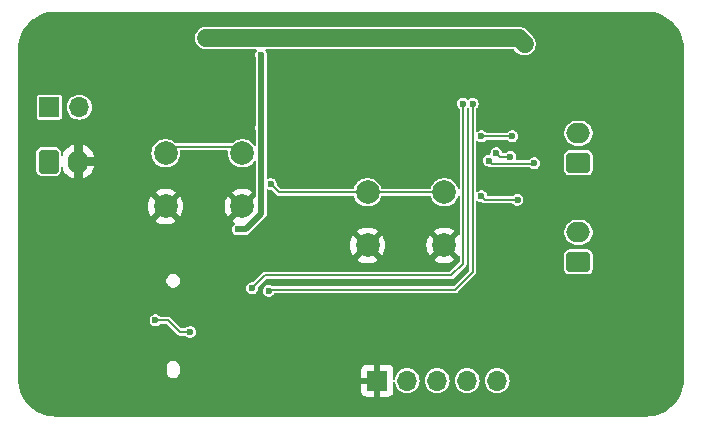
<source format=gbl>
%TF.GenerationSoftware,KiCad,Pcbnew,8.0.1*%
%TF.CreationDate,2025-02-14T15:05:20+08:00*%
%TF.ProjectId,SpeakerDriver,53706561-6b65-4724-9472-697665722e6b,rev?*%
%TF.SameCoordinates,Original*%
%TF.FileFunction,Copper,L2,Bot*%
%TF.FilePolarity,Positive*%
%FSLAX46Y46*%
G04 Gerber Fmt 4.6, Leading zero omitted, Abs format (unit mm)*
G04 Created by KiCad (PCBNEW 8.0.1) date 2025-02-14 15:05:20*
%MOMM*%
%LPD*%
G01*
G04 APERTURE LIST*
G04 Aperture macros list*
%AMRoundRect*
0 Rectangle with rounded corners*
0 $1 Rounding radius*
0 $2 $3 $4 $5 $6 $7 $8 $9 X,Y pos of 4 corners*
0 Add a 4 corners polygon primitive as box body*
4,1,4,$2,$3,$4,$5,$6,$7,$8,$9,$2,$3,0*
0 Add four circle primitives for the rounded corners*
1,1,$1+$1,$2,$3*
1,1,$1+$1,$4,$5*
1,1,$1+$1,$6,$7*
1,1,$1+$1,$8,$9*
0 Add four rect primitives between the rounded corners*
20,1,$1+$1,$2,$3,$4,$5,0*
20,1,$1+$1,$4,$5,$6,$7,0*
20,1,$1+$1,$6,$7,$8,$9,0*
20,1,$1+$1,$8,$9,$2,$3,0*%
G04 Aperture macros list end*
%TA.AperFunction,ComponentPad*%
%ADD10RoundRect,0.250000X0.750000X-0.600000X0.750000X0.600000X-0.750000X0.600000X-0.750000X-0.600000X0*%
%TD*%
%TA.AperFunction,ComponentPad*%
%ADD11O,2.000000X1.700000*%
%TD*%
%TA.AperFunction,ComponentPad*%
%ADD12C,5.600000*%
%TD*%
%TA.AperFunction,ComponentPad*%
%ADD13R,1.700000X1.700000*%
%TD*%
%TA.AperFunction,ComponentPad*%
%ADD14O,1.700000X1.700000*%
%TD*%
%TA.AperFunction,ComponentPad*%
%ADD15RoundRect,0.250000X-0.600000X-0.750000X0.600000X-0.750000X0.600000X0.750000X-0.600000X0.750000X0*%
%TD*%
%TA.AperFunction,ComponentPad*%
%ADD16O,1.700000X2.000000*%
%TD*%
%TA.AperFunction,ComponentPad*%
%ADD17C,1.100000*%
%TD*%
%TA.AperFunction,ComponentPad*%
%ADD18C,2.000000*%
%TD*%
%TA.AperFunction,ViaPad*%
%ADD19C,0.600000*%
%TD*%
%TA.AperFunction,ViaPad*%
%ADD20C,0.500000*%
%TD*%
%TA.AperFunction,Conductor*%
%ADD21C,1.500000*%
%TD*%
%TA.AperFunction,Conductor*%
%ADD22C,0.200000*%
%TD*%
%TA.AperFunction,Conductor*%
%ADD23C,0.500000*%
%TD*%
G04 APERTURE END LIST*
D10*
%TO.P,J1,1,Pin_1*%
%TO.N,Net-(J1-Pin_1)*%
X172350000Y-101700000D03*
D11*
%TO.P,J1,2,Pin_2*%
%TO.N,Net-(J1-Pin_2)*%
X172350000Y-99200000D03*
%TD*%
D12*
%TO.P,H3,1,1*%
%TO.N,GND*%
X128100000Y-120100000D03*
%TD*%
D10*
%TO.P,J2,1,Pin_1*%
%TO.N,Net-(J2-Pin_1)*%
X172350000Y-110100000D03*
D11*
%TO.P,J2,2,Pin_2*%
%TO.N,Net-(J2-Pin_2)*%
X172350000Y-107600000D03*
%TD*%
D13*
%TO.P,J4,1,Pin_1*%
%TO.N,+BATT*%
X127560000Y-97000000D03*
D14*
%TO.P,J4,2,Pin_2*%
%TO.N,Net-(D2-A)*%
X130100000Y-97000000D03*
%TD*%
D15*
%TO.P,J6,1,Pin_1*%
%TO.N,+BATT*%
X127500000Y-101600000D03*
D16*
%TO.P,J6,2,Pin_2*%
%TO.N,GND*%
X130000000Y-101600000D03*
%TD*%
D14*
%TO.P,J5,5,Pin_5*%
%TO.N,/AUX_1*%
X165485000Y-120150000D03*
%TO.P,J5,4,Pin_4*%
%TO.N,/AUX_2*%
X162945000Y-120150000D03*
%TO.P,J5,3,Pin_3*%
%TO.N,/AUX_3*%
X160405000Y-120150000D03*
%TO.P,J5,2,Pin_2*%
%TO.N,/AUX_4*%
X157865000Y-120150000D03*
D13*
%TO.P,J5,1,Pin_1*%
%TO.N,GND*%
X155325000Y-120150000D03*
%TD*%
D12*
%TO.P,H1,1,1*%
%TO.N,GND*%
X128100000Y-92100000D03*
%TD*%
%TO.P,H4,1,1*%
%TO.N,GND*%
X178100000Y-120100000D03*
%TD*%
%TO.P,H2,1,1*%
%TO.N,GND*%
X178100000Y-92100000D03*
%TD*%
D17*
%TO.P,J3,S1,SHIELD*%
%TO.N,GND*%
X140200000Y-113050000D03*
X135900000Y-113050000D03*
X140200000Y-117850000D03*
X135900000Y-117850000D03*
%TD*%
D18*
%TO.P,SW1,1,1*%
%TO.N,/EN*%
X143900000Y-100900000D03*
X137400000Y-100900000D03*
%TO.P,SW1,2,2*%
%TO.N,GND*%
X143900000Y-105400000D03*
X137400000Y-105400000D03*
%TD*%
%TO.P,SW2,1,1*%
%TO.N,/BOOT0*%
X161000000Y-104200000D03*
X154500000Y-104200000D03*
%TO.P,SW2,2,2*%
%TO.N,GND*%
X161000000Y-108700000D03*
X154500000Y-108700000D03*
%TD*%
D19*
%TO.N,GND*%
X169900000Y-98300000D03*
X173500000Y-100300000D03*
X153000000Y-92400000D03*
X155000000Y-92400000D03*
X157000000Y-92400000D03*
X158000000Y-94000000D03*
X158000000Y-96000000D03*
X158000000Y-98000000D03*
X158000000Y-100000000D03*
X156000000Y-100000000D03*
X154000000Y-100000000D03*
X152000000Y-100000000D03*
X150000000Y-100000000D03*
X150000000Y-98000000D03*
X150000000Y-96000000D03*
X150000000Y-94000000D03*
X151000000Y-92400000D03*
X152000000Y-92400000D03*
X154000000Y-92400000D03*
X156000000Y-92400000D03*
X158000000Y-93000000D03*
X158000000Y-95000000D03*
X158000000Y-97000000D03*
X158000000Y-99000000D03*
X157000000Y-100000000D03*
X155000000Y-100000000D03*
X153000000Y-100000000D03*
X151000000Y-100000000D03*
X150000000Y-99000000D03*
X150000000Y-97000000D03*
X150000000Y-95000000D03*
X150000000Y-93000000D03*
X144750000Y-95850000D03*
X140000000Y-95000000D03*
X143800000Y-95850000D03*
X139000000Y-95000000D03*
X140650000Y-94550000D03*
X131000000Y-122500000D03*
X167000000Y-122500000D03*
X171000000Y-122500000D03*
X169000000Y-122500000D03*
X165000000Y-122500000D03*
X175000000Y-122500000D03*
X173000000Y-122500000D03*
X151000000Y-122500000D03*
X155000000Y-122500000D03*
X153000000Y-122500000D03*
X149000000Y-122500000D03*
X163000000Y-122500000D03*
X161000000Y-122500000D03*
X159000000Y-122500000D03*
X157000000Y-122500000D03*
X135000000Y-122500000D03*
X139000000Y-122500000D03*
X137000000Y-122500000D03*
X133000000Y-122500000D03*
X147000000Y-122500000D03*
X145000000Y-122500000D03*
X143000000Y-122500000D03*
X141000000Y-122500000D03*
X145000000Y-89500000D03*
X143000000Y-89500000D03*
X141000000Y-89500000D03*
X139000000Y-89500000D03*
X137000000Y-89500000D03*
X135000000Y-89500000D03*
X133000000Y-89500000D03*
X131000000Y-89500000D03*
X162000000Y-89500000D03*
X164000000Y-89500000D03*
X166000000Y-89500000D03*
X168000000Y-89500000D03*
X170000000Y-89500000D03*
X172000000Y-89500000D03*
X174000000Y-89500000D03*
X169000000Y-102450000D03*
X166600000Y-110050000D03*
X167000000Y-102450000D03*
X149800000Y-111850000D03*
X155600000Y-111850000D03*
X135250000Y-115400000D03*
X151800000Y-111850000D03*
X166000000Y-109450000D03*
X153800000Y-111850000D03*
X167600000Y-110050000D03*
X170600000Y-100350000D03*
X168000000Y-102450000D03*
%TO.N,+3V3*%
X145500000Y-98751084D03*
X145500000Y-92580000D03*
X143500000Y-107350000D03*
%TO.N,VCC*%
X140850000Y-91150000D03*
D20*
X167800000Y-91650000D03*
D19*
%TO.N,/DM*%
X136550000Y-115030000D03*
X139502513Y-116034763D03*
%TO.N,Net-(JP1-A)*%
X144723970Y-112326030D03*
X162599997Y-96700000D03*
%TO.N,Net-(JP2-B)*%
X163400000Y-96700000D03*
X146140000Y-112550000D03*
%TO.N,/BOOT0*%
X146304816Y-103503346D03*
%TO.N,/SLEEP*%
X166760000Y-99450000D03*
X164150000Y-99450000D03*
X164150000Y-104550000D03*
X167200000Y-104850000D03*
%TO.N,/BCLK*%
X166600000Y-101178394D03*
X165400000Y-100900000D03*
%TO.N,/WS*%
X168600000Y-101737984D03*
X164799019Y-101528039D03*
%TD*%
D21*
%TO.N,VCC*%
X167300000Y-91150000D02*
X167800000Y-91650000D01*
X140850000Y-91150000D02*
X167300000Y-91150000D01*
D22*
%TO.N,/SLEEP*%
X164150000Y-104550000D02*
X164450000Y-104850000D01*
X164450000Y-104850000D02*
X167200000Y-104850000D01*
X164150000Y-99450000D02*
X166760000Y-99450000D01*
%TO.N,/BCLK*%
X166600000Y-101178394D02*
X165678394Y-101178394D01*
X165678394Y-101178394D02*
X165400000Y-100900000D01*
%TO.N,/WS*%
X168559590Y-101778394D02*
X168600000Y-101737984D01*
X164799019Y-101528039D02*
X165049374Y-101778394D01*
X165049374Y-101778394D02*
X168559590Y-101778394D01*
%TO.N,Net-(JP1-A)*%
X162599997Y-110250003D02*
X161600000Y-111250000D01*
X162599997Y-96700000D02*
X162599997Y-110250003D01*
X161600000Y-111250000D02*
X145800000Y-111250000D01*
X145800000Y-111250000D02*
X144723970Y-112326030D01*
%TO.N,Net-(JP2-B)*%
X163400000Y-96700000D02*
X163400000Y-110950000D01*
X146240000Y-112450000D02*
X146140000Y-112550000D01*
X163400000Y-110950000D02*
X161900000Y-112450000D01*
X161900000Y-112450000D02*
X146240000Y-112450000D01*
D23*
%TO.N,+3V3*%
X145500000Y-106050000D02*
X145500000Y-98751084D01*
X145500000Y-92580000D02*
X145500000Y-98751084D01*
X144200000Y-107350000D02*
X145500000Y-106050000D01*
X143500000Y-107350000D02*
X144200000Y-107350000D01*
D22*
%TO.N,/EN*%
X137400000Y-100350000D02*
X143900000Y-100350000D01*
%TO.N,/DM*%
X137610000Y-115030000D02*
X138614763Y-116034763D01*
X136550000Y-115030000D02*
X137610000Y-115030000D01*
X138614763Y-116034763D02*
X139502513Y-116034763D01*
%TO.N,/BOOT0*%
X154500000Y-104200000D02*
X161000000Y-104200000D01*
X147001470Y-104200000D02*
X154500000Y-104200000D01*
X146304816Y-103503346D02*
X147001470Y-104200000D01*
%TD*%
%TA.AperFunction,Conductor*%
%TO.N,GND*%
G36*
X147478326Y-88922174D02*
G01*
X147482676Y-88932676D01*
X147500000Y-88950000D01*
X160700000Y-88950000D01*
X160717323Y-88932676D01*
X160721674Y-88922174D01*
X160774000Y-88900500D01*
X178042417Y-88900500D01*
X178098054Y-88900500D01*
X178101927Y-88900601D01*
X178430572Y-88917824D01*
X178438270Y-88918633D01*
X178761384Y-88969810D01*
X178768946Y-88971417D01*
X179084969Y-89056095D01*
X179092316Y-89058483D01*
X179397746Y-89175726D01*
X179404805Y-89178869D01*
X179580122Y-89268198D01*
X179696288Y-89327388D01*
X179702996Y-89331260D01*
X179977364Y-89509436D01*
X179983631Y-89513989D01*
X180237870Y-89719868D01*
X180243626Y-89725051D01*
X180474948Y-89956373D01*
X180480131Y-89962129D01*
X180686010Y-90216368D01*
X180690563Y-90222635D01*
X180868739Y-90497003D01*
X180872611Y-90503711D01*
X181021126Y-90795186D01*
X181024277Y-90802262D01*
X181141513Y-91107674D01*
X181143907Y-91115040D01*
X181228580Y-91431045D01*
X181230190Y-91438622D01*
X181281365Y-91761727D01*
X181282175Y-91769430D01*
X181299399Y-92098072D01*
X181299500Y-92101945D01*
X181299500Y-119998054D01*
X181299399Y-120001927D01*
X181282175Y-120330569D01*
X181281365Y-120338272D01*
X181230190Y-120661377D01*
X181228580Y-120668954D01*
X181143907Y-120984959D01*
X181141513Y-120992325D01*
X181024277Y-121297737D01*
X181021126Y-121304813D01*
X180872611Y-121596288D01*
X180868739Y-121602996D01*
X180690563Y-121877364D01*
X180686010Y-121883631D01*
X180480131Y-122137870D01*
X180474948Y-122143626D01*
X180243626Y-122374948D01*
X180237870Y-122380131D01*
X179983631Y-122586010D01*
X179977364Y-122590563D01*
X179702996Y-122768739D01*
X179696288Y-122772611D01*
X179404813Y-122921126D01*
X179397737Y-122924277D01*
X179092325Y-123041513D01*
X179084959Y-123043907D01*
X178768954Y-123128580D01*
X178761377Y-123130190D01*
X178438272Y-123181365D01*
X178430569Y-123182175D01*
X178101927Y-123199399D01*
X178098054Y-123199500D01*
X128101946Y-123199500D01*
X128098073Y-123199399D01*
X127769430Y-123182175D01*
X127761727Y-123181365D01*
X127438622Y-123130190D01*
X127431045Y-123128580D01*
X127115040Y-123043907D01*
X127107674Y-123041513D01*
X126802262Y-122924277D01*
X126795186Y-122921126D01*
X126503711Y-122772611D01*
X126497003Y-122768739D01*
X126222635Y-122590563D01*
X126216368Y-122586010D01*
X125962129Y-122380131D01*
X125956373Y-122374948D01*
X125725051Y-122143626D01*
X125719868Y-122137870D01*
X125513989Y-121883631D01*
X125509436Y-121877364D01*
X125331260Y-121602996D01*
X125327388Y-121596288D01*
X125178869Y-121304805D01*
X125175726Y-121297746D01*
X125079792Y-121047828D01*
X153975000Y-121047828D01*
X153981402Y-121107375D01*
X153981403Y-121107380D01*
X154031645Y-121242087D01*
X154031646Y-121242088D01*
X154117811Y-121357188D01*
X154232911Y-121443353D01*
X154232912Y-121443354D01*
X154367619Y-121493596D01*
X154367624Y-121493597D01*
X154427171Y-121500000D01*
X155075000Y-121500000D01*
X155075000Y-120583012D01*
X155132007Y-120615925D01*
X155259174Y-120650000D01*
X155390826Y-120650000D01*
X155517993Y-120615925D01*
X155575000Y-120583012D01*
X155575000Y-121500000D01*
X156222829Y-121500000D01*
X156282375Y-121493597D01*
X156282380Y-121493596D01*
X156417087Y-121443354D01*
X156417088Y-121443353D01*
X156532188Y-121357188D01*
X156618353Y-121242088D01*
X156618354Y-121242087D01*
X156668596Y-121107380D01*
X156668597Y-121107375D01*
X156675000Y-121047828D01*
X156675000Y-120291541D01*
X156696674Y-120239215D01*
X156749000Y-120217541D01*
X156801326Y-120239215D01*
X156822643Y-120284286D01*
X156829700Y-120355934D01*
X156889768Y-120553954D01*
X156987315Y-120736450D01*
X157118590Y-120896410D01*
X157278550Y-121027685D01*
X157461046Y-121125232D01*
X157659066Y-121185300D01*
X157865000Y-121205583D01*
X158070934Y-121185300D01*
X158268954Y-121125232D01*
X158451450Y-121027685D01*
X158611410Y-120896410D01*
X158742685Y-120736450D01*
X158840232Y-120553954D01*
X158900300Y-120355934D01*
X158920583Y-120150000D01*
X159349417Y-120150000D01*
X159369700Y-120355934D01*
X159429768Y-120553954D01*
X159527315Y-120736450D01*
X159658590Y-120896410D01*
X159818550Y-121027685D01*
X160001046Y-121125232D01*
X160199066Y-121185300D01*
X160405000Y-121205583D01*
X160610934Y-121185300D01*
X160808954Y-121125232D01*
X160991450Y-121027685D01*
X161151410Y-120896410D01*
X161282685Y-120736450D01*
X161380232Y-120553954D01*
X161440300Y-120355934D01*
X161460583Y-120150000D01*
X161889417Y-120150000D01*
X161909700Y-120355934D01*
X161969768Y-120553954D01*
X162067315Y-120736450D01*
X162198590Y-120896410D01*
X162358550Y-121027685D01*
X162541046Y-121125232D01*
X162739066Y-121185300D01*
X162945000Y-121205583D01*
X163150934Y-121185300D01*
X163348954Y-121125232D01*
X163531450Y-121027685D01*
X163691410Y-120896410D01*
X163822685Y-120736450D01*
X163920232Y-120553954D01*
X163980300Y-120355934D01*
X164000583Y-120150000D01*
X164429417Y-120150000D01*
X164449700Y-120355934D01*
X164509768Y-120553954D01*
X164607315Y-120736450D01*
X164738590Y-120896410D01*
X164898550Y-121027685D01*
X165081046Y-121125232D01*
X165279066Y-121185300D01*
X165485000Y-121205583D01*
X165690934Y-121185300D01*
X165888954Y-121125232D01*
X166071450Y-121027685D01*
X166231410Y-120896410D01*
X166362685Y-120736450D01*
X166460232Y-120553954D01*
X166520300Y-120355934D01*
X166540583Y-120150000D01*
X166520300Y-119944066D01*
X166460232Y-119746046D01*
X166362685Y-119563550D01*
X166231410Y-119403590D01*
X166071450Y-119272315D01*
X165888954Y-119174768D01*
X165777158Y-119140855D01*
X165690935Y-119114700D01*
X165485000Y-119094417D01*
X165279064Y-119114700D01*
X165081043Y-119174769D01*
X164898549Y-119272315D01*
X164738590Y-119403589D01*
X164738589Y-119403590D01*
X164607315Y-119563549D01*
X164509769Y-119746043D01*
X164449700Y-119944064D01*
X164444191Y-120000000D01*
X164429417Y-120150000D01*
X164000583Y-120150000D01*
X163980300Y-119944066D01*
X163920232Y-119746046D01*
X163822685Y-119563550D01*
X163691410Y-119403590D01*
X163531450Y-119272315D01*
X163348954Y-119174768D01*
X163237158Y-119140855D01*
X163150935Y-119114700D01*
X162945000Y-119094417D01*
X162739064Y-119114700D01*
X162541043Y-119174769D01*
X162358549Y-119272315D01*
X162198590Y-119403589D01*
X162198589Y-119403590D01*
X162067315Y-119563549D01*
X161969769Y-119746043D01*
X161909700Y-119944064D01*
X161904191Y-120000000D01*
X161889417Y-120150000D01*
X161460583Y-120150000D01*
X161440300Y-119944066D01*
X161380232Y-119746046D01*
X161282685Y-119563550D01*
X161151410Y-119403590D01*
X160991450Y-119272315D01*
X160808954Y-119174768D01*
X160697158Y-119140855D01*
X160610935Y-119114700D01*
X160405000Y-119094417D01*
X160199064Y-119114700D01*
X160001043Y-119174769D01*
X159818549Y-119272315D01*
X159658590Y-119403589D01*
X159658589Y-119403590D01*
X159527315Y-119563549D01*
X159429769Y-119746043D01*
X159369700Y-119944064D01*
X159364191Y-120000000D01*
X159349417Y-120150000D01*
X158920583Y-120150000D01*
X158900300Y-119944066D01*
X158840232Y-119746046D01*
X158742685Y-119563550D01*
X158611410Y-119403590D01*
X158451450Y-119272315D01*
X158268954Y-119174768D01*
X158157158Y-119140855D01*
X158070935Y-119114700D01*
X157865000Y-119094417D01*
X157659064Y-119114700D01*
X157461043Y-119174769D01*
X157278549Y-119272315D01*
X157118590Y-119403589D01*
X157118589Y-119403590D01*
X156987315Y-119563549D01*
X156889769Y-119746043D01*
X156829700Y-119944064D01*
X156829700Y-119944066D01*
X156822643Y-120015713D01*
X156795945Y-120065661D01*
X156741746Y-120082102D01*
X156691797Y-120055403D01*
X156675000Y-120008458D01*
X156675000Y-119252171D01*
X156668597Y-119192624D01*
X156668596Y-119192619D01*
X156618354Y-119057912D01*
X156618353Y-119057911D01*
X156532188Y-118942811D01*
X156417088Y-118856646D01*
X156417087Y-118856645D01*
X156282380Y-118806403D01*
X156282375Y-118806402D01*
X156222829Y-118800000D01*
X155575000Y-118800000D01*
X155575000Y-119716988D01*
X155517993Y-119684075D01*
X155390826Y-119650000D01*
X155259174Y-119650000D01*
X155132007Y-119684075D01*
X155075000Y-119716988D01*
X155075000Y-118800000D01*
X154427171Y-118800000D01*
X154367624Y-118806402D01*
X154367619Y-118806403D01*
X154232912Y-118856645D01*
X154232911Y-118856646D01*
X154117811Y-118942811D01*
X154031646Y-119057911D01*
X154031645Y-119057912D01*
X153981403Y-119192619D01*
X153981402Y-119192624D01*
X153975000Y-119252171D01*
X153975000Y-119900000D01*
X154891988Y-119900000D01*
X154859075Y-119957007D01*
X154825000Y-120084174D01*
X154825000Y-120215826D01*
X154859075Y-120342993D01*
X154891988Y-120400000D01*
X153975000Y-120400000D01*
X153975000Y-121047828D01*
X125079792Y-121047828D01*
X125058483Y-120992316D01*
X125056095Y-120984969D01*
X124971417Y-120668946D01*
X124969809Y-120661377D01*
X124952184Y-120550099D01*
X124918633Y-120338270D01*
X124917824Y-120330569D01*
X124913036Y-120239215D01*
X124900601Y-120001927D01*
X124900500Y-119998054D01*
X124900500Y-119481160D01*
X137509500Y-119481160D01*
X137546332Y-119618620D01*
X137546334Y-119618625D01*
X137617492Y-119741875D01*
X137718125Y-119842508D01*
X137841375Y-119913666D01*
X137978839Y-119950499D01*
X137978840Y-119950500D01*
X137978842Y-119950500D01*
X138121160Y-119950500D01*
X138121160Y-119950499D01*
X138258625Y-119913666D01*
X138381875Y-119842508D01*
X138482508Y-119741875D01*
X138553666Y-119618625D01*
X138590499Y-119481160D01*
X138590500Y-119481160D01*
X138590500Y-118918840D01*
X138590499Y-118918839D01*
X138558656Y-118800000D01*
X138553666Y-118781375D01*
X138482508Y-118658125D01*
X138381875Y-118557492D01*
X138258625Y-118486334D01*
X138258620Y-118486332D01*
X138121160Y-118449500D01*
X138121158Y-118449500D01*
X137978842Y-118449500D01*
X137978840Y-118449500D01*
X137841379Y-118486332D01*
X137841374Y-118486334D01*
X137718124Y-118557492D01*
X137617492Y-118658124D01*
X137546334Y-118781374D01*
X137546332Y-118781379D01*
X137509500Y-118918839D01*
X137509500Y-119481160D01*
X124900500Y-119481160D01*
X124900500Y-115030000D01*
X136044353Y-115030000D01*
X136064834Y-115172454D01*
X136124623Y-115303373D01*
X136218868Y-115412139D01*
X136218869Y-115412140D01*
X136218872Y-115412143D01*
X136339947Y-115489953D01*
X136446403Y-115521211D01*
X136478035Y-115530499D01*
X136478037Y-115530500D01*
X136478039Y-115530500D01*
X136621963Y-115530500D01*
X136621964Y-115530499D01*
X136760053Y-115489953D01*
X136881128Y-115412143D01*
X136929741Y-115356041D01*
X136980388Y-115330689D01*
X136985667Y-115330500D01*
X137454877Y-115330500D01*
X137507203Y-115352174D01*
X138374303Y-116219274D01*
X138430252Y-116275223D01*
X138498774Y-116314784D01*
X138498775Y-116314784D01*
X138498777Y-116314785D01*
X138536987Y-116325023D01*
X138575198Y-116335262D01*
X138575199Y-116335263D01*
X138575201Y-116335263D01*
X139066846Y-116335263D01*
X139119172Y-116356937D01*
X139122772Y-116360804D01*
X139171381Y-116416902D01*
X139171384Y-116416905D01*
X139171385Y-116416906D01*
X139292460Y-116494716D01*
X139398916Y-116525974D01*
X139430548Y-116535262D01*
X139430550Y-116535263D01*
X139430552Y-116535263D01*
X139574476Y-116535263D01*
X139574477Y-116535262D01*
X139712566Y-116494716D01*
X139833641Y-116416906D01*
X139927890Y-116308136D01*
X139987678Y-116177220D01*
X140008160Y-116034763D01*
X139987678Y-115892306D01*
X139927890Y-115761390D01*
X139833641Y-115652620D01*
X139776695Y-115616023D01*
X139712567Y-115574810D01*
X139712563Y-115574809D01*
X139574477Y-115534263D01*
X139574474Y-115534263D01*
X139430552Y-115534263D01*
X139430549Y-115534263D01*
X139292462Y-115574809D01*
X139292458Y-115574810D01*
X139171384Y-115652620D01*
X139171381Y-115652623D01*
X139122772Y-115708722D01*
X139072125Y-115734074D01*
X139066846Y-115734263D01*
X138769886Y-115734263D01*
X138717560Y-115712589D01*
X137794511Y-114789540D01*
X137725990Y-114749979D01*
X137725985Y-114749977D01*
X137649564Y-114729500D01*
X137649562Y-114729500D01*
X136985667Y-114729500D01*
X136933341Y-114707826D01*
X136929741Y-114703959D01*
X136881131Y-114647860D01*
X136881128Y-114647857D01*
X136760054Y-114570047D01*
X136760050Y-114570046D01*
X136621964Y-114529500D01*
X136621961Y-114529500D01*
X136478039Y-114529500D01*
X136478036Y-114529500D01*
X136339949Y-114570046D01*
X136339945Y-114570047D01*
X136218875Y-114647855D01*
X136218868Y-114647860D01*
X136124623Y-114756626D01*
X136064834Y-114887545D01*
X136044353Y-115030000D01*
X124900500Y-115030000D01*
X124900500Y-111776426D01*
X137469500Y-111776426D01*
X137509058Y-111924060D01*
X137509059Y-111924063D01*
X137509060Y-111924065D01*
X137585484Y-112056435D01*
X137693565Y-112164516D01*
X137825935Y-112240940D01*
X137973573Y-112280499D01*
X137973574Y-112280500D01*
X137973576Y-112280500D01*
X138126426Y-112280500D01*
X138126426Y-112280499D01*
X138274065Y-112240940D01*
X138406435Y-112164516D01*
X138514516Y-112056435D01*
X138590940Y-111924065D01*
X138630499Y-111776426D01*
X138630500Y-111776426D01*
X138630500Y-111623574D01*
X138630499Y-111623573D01*
X138590941Y-111475939D01*
X138590940Y-111475935D01*
X138514516Y-111343565D01*
X138406435Y-111235484D01*
X138274069Y-111159062D01*
X138274060Y-111159058D01*
X138126426Y-111119500D01*
X138126424Y-111119500D01*
X137973576Y-111119500D01*
X137973574Y-111119500D01*
X137825939Y-111159058D01*
X137825930Y-111159062D01*
X137693564Y-111235484D01*
X137585484Y-111343564D01*
X137509062Y-111475930D01*
X137509058Y-111475939D01*
X137469500Y-111623573D01*
X137469500Y-111776426D01*
X124900500Y-111776426D01*
X124900500Y-108700003D01*
X152994859Y-108700003D01*
X153015385Y-108947731D01*
X153076414Y-109188726D01*
X153176266Y-109416366D01*
X153276563Y-109569882D01*
X153976212Y-108870232D01*
X153987482Y-108912292D01*
X154059890Y-109037708D01*
X154162292Y-109140110D01*
X154287708Y-109212518D01*
X154329765Y-109223787D01*
X153629941Y-109923610D01*
X153676763Y-109960052D01*
X153895390Y-110078367D01*
X154130513Y-110159084D01*
X154375703Y-110199999D01*
X154375706Y-110200000D01*
X154624294Y-110200000D01*
X154624296Y-110199999D01*
X154869486Y-110159084D01*
X155104609Y-110078367D01*
X155323236Y-109960052D01*
X155370056Y-109923610D01*
X155370057Y-109923610D01*
X154670234Y-109223787D01*
X154712292Y-109212518D01*
X154837708Y-109140110D01*
X154940110Y-109037708D01*
X155012518Y-108912292D01*
X155023787Y-108870234D01*
X155723435Y-109569882D01*
X155823733Y-109416366D01*
X155923585Y-109188726D01*
X155984614Y-108947731D01*
X156005141Y-108700003D01*
X156005141Y-108699996D01*
X155984614Y-108452268D01*
X155923585Y-108211273D01*
X155823733Y-107983633D01*
X155723435Y-107830116D01*
X155023787Y-108529764D01*
X155012518Y-108487708D01*
X154940110Y-108362292D01*
X154837708Y-108259890D01*
X154712292Y-108187482D01*
X154670232Y-108176212D01*
X155370056Y-107476389D01*
X155370056Y-107476388D01*
X155323237Y-107439947D01*
X155104609Y-107321632D01*
X154869486Y-107240915D01*
X154624296Y-107200000D01*
X154375703Y-107200000D01*
X154130513Y-107240915D01*
X153895390Y-107321632D01*
X153676774Y-107439941D01*
X153676757Y-107439952D01*
X153629942Y-107476388D01*
X153629942Y-107476389D01*
X154329765Y-108176212D01*
X154287708Y-108187482D01*
X154162292Y-108259890D01*
X154059890Y-108362292D01*
X153987482Y-108487708D01*
X153976212Y-108529765D01*
X153276563Y-107830116D01*
X153176266Y-107983633D01*
X153076414Y-108211273D01*
X153015385Y-108452268D01*
X152994859Y-108699996D01*
X152994859Y-108700003D01*
X124900500Y-108700003D01*
X124900500Y-105400003D01*
X135894859Y-105400003D01*
X135915385Y-105647731D01*
X135976414Y-105888726D01*
X136076266Y-106116366D01*
X136176563Y-106269882D01*
X136876212Y-105570232D01*
X136887482Y-105612292D01*
X136959890Y-105737708D01*
X137062292Y-105840110D01*
X137187708Y-105912518D01*
X137229765Y-105923787D01*
X136529941Y-106623610D01*
X136576763Y-106660052D01*
X136795390Y-106778367D01*
X137030513Y-106859084D01*
X137275703Y-106899999D01*
X137275706Y-106900000D01*
X137524294Y-106900000D01*
X137524296Y-106899999D01*
X137769486Y-106859084D01*
X138004609Y-106778367D01*
X138223236Y-106660052D01*
X138270056Y-106623610D01*
X138270057Y-106623610D01*
X137570234Y-105923787D01*
X137612292Y-105912518D01*
X137737708Y-105840110D01*
X137840110Y-105737708D01*
X137912518Y-105612292D01*
X137923787Y-105570234D01*
X138623435Y-106269882D01*
X138723733Y-106116366D01*
X138823585Y-105888726D01*
X138884614Y-105647731D01*
X138905141Y-105400003D01*
X138905141Y-105399996D01*
X138884614Y-105152268D01*
X138823585Y-104911273D01*
X138723733Y-104683633D01*
X138623435Y-104530116D01*
X137923787Y-105229764D01*
X137912518Y-105187708D01*
X137840110Y-105062292D01*
X137737708Y-104959890D01*
X137612292Y-104887482D01*
X137570232Y-104876212D01*
X138270056Y-104176389D01*
X138270056Y-104176388D01*
X138223237Y-104139947D01*
X138004609Y-104021632D01*
X137769486Y-103940915D01*
X137524296Y-103900000D01*
X137275703Y-103900000D01*
X137030513Y-103940915D01*
X136795390Y-104021632D01*
X136576774Y-104139941D01*
X136576757Y-104139952D01*
X136529942Y-104176388D01*
X136529942Y-104176389D01*
X137229765Y-104876212D01*
X137187708Y-104887482D01*
X137062292Y-104959890D01*
X136959890Y-105062292D01*
X136887482Y-105187708D01*
X136876212Y-105229765D01*
X136176563Y-104530116D01*
X136076266Y-104683633D01*
X135976414Y-104911273D01*
X135915385Y-105152268D01*
X135894859Y-105399996D01*
X135894859Y-105400003D01*
X124900500Y-105400003D01*
X124900500Y-102404266D01*
X126449500Y-102404266D01*
X126452354Y-102434699D01*
X126452354Y-102434701D01*
X126452355Y-102434704D01*
X126497206Y-102562881D01*
X126497207Y-102562883D01*
X126577846Y-102672146D01*
X126577853Y-102672153D01*
X126687116Y-102752792D01*
X126687118Y-102752793D01*
X126815295Y-102797644D01*
X126815301Y-102797646D01*
X126845734Y-102800500D01*
X126845741Y-102800500D01*
X128154258Y-102800500D01*
X128154266Y-102800500D01*
X128184699Y-102797646D01*
X128312882Y-102752793D01*
X128422150Y-102672150D01*
X128502793Y-102562882D01*
X128547646Y-102434699D01*
X128550500Y-102404266D01*
X128550500Y-102124806D01*
X128572174Y-102072480D01*
X128624500Y-102050806D01*
X128676826Y-102072480D01*
X128694878Y-102101939D01*
X128748904Y-102268217D01*
X128748906Y-102268221D01*
X128845375Y-102457550D01*
X128845378Y-102457556D01*
X128970274Y-102629461D01*
X128970283Y-102629471D01*
X129120529Y-102779717D01*
X129120538Y-102779725D01*
X129292443Y-102904621D01*
X129292449Y-102904624D01*
X129481778Y-103001093D01*
X129481782Y-103001095D01*
X129624999Y-103047628D01*
X129625000Y-103047628D01*
X129625000Y-101932106D01*
X129692993Y-102000099D01*
X129807007Y-102065925D01*
X129934174Y-102100000D01*
X130065826Y-102100000D01*
X130192993Y-102065925D01*
X130307007Y-102000099D01*
X130332106Y-101975000D01*
X130375000Y-101975000D01*
X130375000Y-103047628D01*
X130518217Y-103001095D01*
X130518221Y-103001093D01*
X130707550Y-102904624D01*
X130707556Y-102904621D01*
X130879461Y-102779725D01*
X130879471Y-102779717D01*
X131029717Y-102629471D01*
X131029725Y-102629461D01*
X131154621Y-102457556D01*
X131154624Y-102457550D01*
X131251093Y-102268221D01*
X131251095Y-102268217D01*
X131316755Y-102066136D01*
X131316758Y-102066123D01*
X131331191Y-101975001D01*
X131331190Y-101975000D01*
X130375000Y-101975000D01*
X130332106Y-101975000D01*
X130400099Y-101907007D01*
X130465925Y-101792993D01*
X130500000Y-101665826D01*
X130500000Y-101534174D01*
X130465925Y-101407007D01*
X130400099Y-101292993D01*
X130307007Y-101199901D01*
X130192993Y-101134075D01*
X130065826Y-101100000D01*
X129934174Y-101100000D01*
X129807007Y-101134075D01*
X129692993Y-101199901D01*
X129625000Y-101267894D01*
X129625000Y-100152370D01*
X130375000Y-100152370D01*
X130375000Y-101225000D01*
X131331190Y-101225000D01*
X131331191Y-101224998D01*
X131316758Y-101133876D01*
X131316755Y-101133863D01*
X131251095Y-100931782D01*
X131251093Y-100931778D01*
X131234903Y-100900003D01*
X136194357Y-100900003D01*
X136214883Y-101121524D01*
X136214885Y-101121537D01*
X136263668Y-101292993D01*
X136275771Y-101335528D01*
X136311364Y-101407007D01*
X136374942Y-101534690D01*
X136374944Y-101534693D01*
X136473972Y-101665826D01*
X136509019Y-101712236D01*
X136673438Y-101862124D01*
X136862599Y-101979247D01*
X137015427Y-102038453D01*
X137066954Y-102058415D01*
X137070060Y-102059618D01*
X137288757Y-102100500D01*
X137511243Y-102100500D01*
X137729940Y-102059618D01*
X137937401Y-101979247D01*
X138126562Y-101862124D01*
X138290981Y-101712236D01*
X138425058Y-101534689D01*
X138524229Y-101335528D01*
X138585115Y-101121536D01*
X138602698Y-100931782D01*
X138605643Y-100900003D01*
X138605643Y-100899996D01*
X138590014Y-100731328D01*
X138606767Y-100677225D01*
X138656870Y-100650816D01*
X138663698Y-100650500D01*
X142636302Y-100650500D01*
X142688628Y-100672174D01*
X142710302Y-100724500D01*
X142709986Y-100731328D01*
X142694357Y-100899996D01*
X142694357Y-100900003D01*
X142714883Y-101121524D01*
X142714885Y-101121537D01*
X142763668Y-101292993D01*
X142775771Y-101335528D01*
X142811364Y-101407007D01*
X142874942Y-101534690D01*
X142874944Y-101534693D01*
X142973972Y-101665826D01*
X143009019Y-101712236D01*
X143173438Y-101862124D01*
X143362599Y-101979247D01*
X143515427Y-102038453D01*
X143566954Y-102058415D01*
X143570060Y-102059618D01*
X143788757Y-102100500D01*
X144011243Y-102100500D01*
X144229940Y-102059618D01*
X144437401Y-101979247D01*
X144626562Y-101862124D01*
X144790981Y-101712236D01*
X144916447Y-101546092D01*
X144965276Y-101517397D01*
X145020095Y-101531634D01*
X145048790Y-101580463D01*
X145049500Y-101590687D01*
X145049500Y-104573401D01*
X145027826Y-104625727D01*
X144423787Y-105229765D01*
X144412518Y-105187708D01*
X144340110Y-105062292D01*
X144237708Y-104959890D01*
X144112292Y-104887482D01*
X144070232Y-104876212D01*
X144770056Y-104176389D01*
X144770056Y-104176388D01*
X144723237Y-104139947D01*
X144504609Y-104021632D01*
X144269486Y-103940915D01*
X144024296Y-103900000D01*
X143775703Y-103900000D01*
X143530513Y-103940915D01*
X143295390Y-104021632D01*
X143076774Y-104139941D01*
X143076757Y-104139952D01*
X143029942Y-104176388D01*
X143029942Y-104176389D01*
X143729765Y-104876212D01*
X143687708Y-104887482D01*
X143562292Y-104959890D01*
X143459890Y-105062292D01*
X143387482Y-105187708D01*
X143376212Y-105229765D01*
X142676563Y-104530116D01*
X142576266Y-104683633D01*
X142476414Y-104911273D01*
X142415385Y-105152268D01*
X142394859Y-105399996D01*
X142394859Y-105400003D01*
X142415385Y-105647731D01*
X142476414Y-105888726D01*
X142576266Y-106116366D01*
X142676563Y-106269882D01*
X143376212Y-105570232D01*
X143387482Y-105612292D01*
X143459890Y-105737708D01*
X143562292Y-105840110D01*
X143687708Y-105912518D01*
X143729765Y-105923787D01*
X143029941Y-106623610D01*
X143076763Y-106660052D01*
X143276613Y-106768205D01*
X143312317Y-106812171D01*
X143306474Y-106868506D01*
X143281401Y-106895539D01*
X143168872Y-106967857D01*
X143168868Y-106967860D01*
X143074623Y-107076626D01*
X143014834Y-107207545D01*
X142994353Y-107350000D01*
X143014834Y-107492454D01*
X143014834Y-107492455D01*
X143014835Y-107492457D01*
X143074623Y-107623373D01*
X143168868Y-107732139D01*
X143168869Y-107732140D01*
X143168872Y-107732143D01*
X143227468Y-107769800D01*
X143289313Y-107809546D01*
X143289947Y-107809953D01*
X143358617Y-107830116D01*
X143428035Y-107850499D01*
X143428037Y-107850500D01*
X143428039Y-107850500D01*
X143571963Y-107850500D01*
X143571964Y-107850499D01*
X143710053Y-107809953D01*
X143710060Y-107809948D01*
X143714870Y-107807753D01*
X143715688Y-107809546D01*
X143746490Y-107800500D01*
X144259309Y-107800500D01*
X144349673Y-107776286D01*
X144349674Y-107776286D01*
X144360350Y-107773425D01*
X144373887Y-107769799D01*
X144476614Y-107710489D01*
X145860490Y-106326614D01*
X145919799Y-106223886D01*
X145950499Y-106109311D01*
X145950500Y-106109311D01*
X145950500Y-104006107D01*
X145972174Y-103953781D01*
X146024500Y-103932107D01*
X146064507Y-103943854D01*
X146094763Y-103963299D01*
X146201219Y-103994557D01*
X146232851Y-104003845D01*
X146232853Y-104003846D01*
X146349693Y-104003846D01*
X146402019Y-104025520D01*
X146816959Y-104440460D01*
X146885482Y-104480022D01*
X146961908Y-104500500D01*
X147041032Y-104500500D01*
X153281470Y-104500500D01*
X153333796Y-104522174D01*
X153352644Y-104554248D01*
X153375771Y-104635528D01*
X153425356Y-104735108D01*
X153474942Y-104834690D01*
X153474944Y-104834693D01*
X153553913Y-104939264D01*
X153609019Y-105012236D01*
X153773438Y-105162124D01*
X153962599Y-105279247D01*
X154170060Y-105359618D01*
X154388757Y-105400500D01*
X154611243Y-105400500D01*
X154829940Y-105359618D01*
X155037401Y-105279247D01*
X155226562Y-105162124D01*
X155390981Y-105012236D01*
X155525058Y-104834689D01*
X155624229Y-104635528D01*
X155647355Y-104554248D01*
X155682521Y-104509852D01*
X155718530Y-104500500D01*
X159781470Y-104500500D01*
X159833796Y-104522174D01*
X159852644Y-104554248D01*
X159875771Y-104635528D01*
X159925356Y-104735108D01*
X159974942Y-104834690D01*
X159974944Y-104834693D01*
X160053913Y-104939264D01*
X160109019Y-105012236D01*
X160273438Y-105162124D01*
X160462599Y-105279247D01*
X160670060Y-105359618D01*
X160888757Y-105400500D01*
X161111243Y-105400500D01*
X161329940Y-105359618D01*
X161537401Y-105279247D01*
X161726562Y-105162124D01*
X161890981Y-105012236D01*
X162025058Y-104834689D01*
X162124229Y-104635528D01*
X162154322Y-104529761D01*
X162189488Y-104485365D01*
X162245748Y-104478838D01*
X162290145Y-104514004D01*
X162299497Y-104550013D01*
X162299497Y-107755933D01*
X162277823Y-107808259D01*
X162225497Y-107829933D01*
X162223711Y-107829840D01*
X161523787Y-108529764D01*
X161512518Y-108487708D01*
X161440110Y-108362292D01*
X161337708Y-108259890D01*
X161212292Y-108187482D01*
X161170232Y-108176212D01*
X161870056Y-107476389D01*
X161870056Y-107476388D01*
X161823237Y-107439947D01*
X161604609Y-107321632D01*
X161369486Y-107240915D01*
X161124296Y-107200000D01*
X160875703Y-107200000D01*
X160630513Y-107240915D01*
X160395390Y-107321632D01*
X160176774Y-107439941D01*
X160176757Y-107439952D01*
X160129942Y-107476388D01*
X160129942Y-107476389D01*
X160829765Y-108176212D01*
X160787708Y-108187482D01*
X160662292Y-108259890D01*
X160559890Y-108362292D01*
X160487482Y-108487708D01*
X160476212Y-108529765D01*
X159776563Y-107830116D01*
X159676266Y-107983633D01*
X159576414Y-108211273D01*
X159515385Y-108452268D01*
X159494859Y-108699996D01*
X159494859Y-108700003D01*
X159515385Y-108947731D01*
X159576414Y-109188726D01*
X159676266Y-109416366D01*
X159776563Y-109569882D01*
X160476212Y-108870232D01*
X160487482Y-108912292D01*
X160559890Y-109037708D01*
X160662292Y-109140110D01*
X160787708Y-109212518D01*
X160829765Y-109223787D01*
X160129941Y-109923610D01*
X160176763Y-109960052D01*
X160395390Y-110078367D01*
X160630513Y-110159084D01*
X160875703Y-110199999D01*
X160875706Y-110200000D01*
X161124294Y-110200000D01*
X161124296Y-110199999D01*
X161369486Y-110159084D01*
X161604609Y-110078367D01*
X161823236Y-109960052D01*
X161870056Y-109923610D01*
X161870057Y-109923610D01*
X161170234Y-109223787D01*
X161212292Y-109212518D01*
X161337708Y-109140110D01*
X161440110Y-109037708D01*
X161512518Y-108912292D01*
X161523787Y-108870234D01*
X162226619Y-109573066D01*
X162272145Y-109586620D01*
X162299102Y-109636431D01*
X162299497Y-109644065D01*
X162299497Y-110094880D01*
X162277823Y-110147206D01*
X161497203Y-110927826D01*
X161444877Y-110949500D01*
X145760436Y-110949500D01*
X145684014Y-110969977D01*
X145684009Y-110969979D01*
X145615488Y-111009540D01*
X144821172Y-111803856D01*
X144768846Y-111825530D01*
X144652006Y-111825530D01*
X144513919Y-111866076D01*
X144513915Y-111866077D01*
X144392845Y-111943885D01*
X144392838Y-111943890D01*
X144298593Y-112052656D01*
X144238804Y-112183575D01*
X144218323Y-112326030D01*
X144238804Y-112468484D01*
X144298593Y-112599403D01*
X144392838Y-112708169D01*
X144392839Y-112708170D01*
X144392842Y-112708173D01*
X144513917Y-112785983D01*
X144620373Y-112817241D01*
X144652005Y-112826529D01*
X144652007Y-112826530D01*
X144652009Y-112826530D01*
X144795933Y-112826530D01*
X144795934Y-112826529D01*
X144934023Y-112785983D01*
X145055098Y-112708173D01*
X145149347Y-112599403D01*
X145209135Y-112468487D01*
X145229617Y-112326030D01*
X145224746Y-112292158D01*
X145238752Y-112237283D01*
X145245660Y-112229309D01*
X145902797Y-111572174D01*
X145955123Y-111550500D01*
X161639564Y-111550500D01*
X161639564Y-111550499D01*
X161715989Y-111530021D01*
X161784511Y-111490460D01*
X161840460Y-111434511D01*
X162840457Y-110434514D01*
X162880018Y-110365992D01*
X162900496Y-110289567D01*
X162900497Y-110289567D01*
X162900497Y-97142234D01*
X162922171Y-97089908D01*
X162927277Y-97085793D01*
X162927121Y-97085613D01*
X162931123Y-97082144D01*
X162931122Y-97082144D01*
X162931125Y-97082143D01*
X162944072Y-97067200D01*
X162994716Y-97041848D01*
X163048456Y-97059732D01*
X163055916Y-97067191D01*
X163068872Y-97082143D01*
X163068874Y-97082144D01*
X163072873Y-97085609D01*
X163070948Y-97087829D01*
X163097803Y-97126476D01*
X163099500Y-97142233D01*
X163099500Y-110794877D01*
X163077826Y-110847203D01*
X161797203Y-112127826D01*
X161744877Y-112149500D01*
X146464292Y-112149500D01*
X146424285Y-112137753D01*
X146350054Y-112090047D01*
X146350050Y-112090046D01*
X146211964Y-112049500D01*
X146211961Y-112049500D01*
X146068039Y-112049500D01*
X146068036Y-112049500D01*
X145929949Y-112090046D01*
X145929945Y-112090047D01*
X145808875Y-112167855D01*
X145808868Y-112167860D01*
X145714623Y-112276626D01*
X145654834Y-112407545D01*
X145634353Y-112550000D01*
X145654834Y-112692454D01*
X145654834Y-112692455D01*
X145654835Y-112692457D01*
X145662013Y-112708174D01*
X145714623Y-112823373D01*
X145808868Y-112932139D01*
X145808869Y-112932140D01*
X145808872Y-112932143D01*
X145929947Y-113009953D01*
X146036403Y-113041211D01*
X146068035Y-113050499D01*
X146068037Y-113050500D01*
X146068039Y-113050500D01*
X146211963Y-113050500D01*
X146211964Y-113050499D01*
X146350053Y-113009953D01*
X146471128Y-112932143D01*
X146565377Y-112823373D01*
X146578901Y-112793758D01*
X146620354Y-112755166D01*
X146646214Y-112750500D01*
X161939564Y-112750500D01*
X161939564Y-112750499D01*
X162015989Y-112730021D01*
X162084511Y-112690460D01*
X162140460Y-112634511D01*
X163640460Y-111134511D01*
X163640749Y-111134011D01*
X163680021Y-111065989D01*
X163700499Y-110989564D01*
X163700500Y-110989564D01*
X163700500Y-110754266D01*
X171149500Y-110754266D01*
X171152354Y-110784699D01*
X171152354Y-110784701D01*
X171152355Y-110784704D01*
X171197206Y-110912881D01*
X171197207Y-110912883D01*
X171277846Y-111022146D01*
X171277853Y-111022153D01*
X171387116Y-111102792D01*
X171387118Y-111102793D01*
X171515295Y-111147644D01*
X171515301Y-111147646D01*
X171545734Y-111150500D01*
X171545741Y-111150500D01*
X173154258Y-111150500D01*
X173154266Y-111150500D01*
X173184699Y-111147646D01*
X173312882Y-111102793D01*
X173422150Y-111022150D01*
X173502793Y-110912882D01*
X173547646Y-110784699D01*
X173550500Y-110754266D01*
X173550500Y-109445734D01*
X173547646Y-109415301D01*
X173502793Y-109287118D01*
X173475399Y-109250000D01*
X173422153Y-109177853D01*
X173422146Y-109177846D01*
X173312883Y-109097207D01*
X173312881Y-109097206D01*
X173184704Y-109052355D01*
X173184705Y-109052355D01*
X173184700Y-109052354D01*
X173184699Y-109052354D01*
X173154266Y-109049500D01*
X171545734Y-109049500D01*
X171515301Y-109052354D01*
X171515299Y-109052354D01*
X171515295Y-109052355D01*
X171387118Y-109097206D01*
X171387116Y-109097207D01*
X171277853Y-109177846D01*
X171277846Y-109177853D01*
X171197207Y-109287116D01*
X171197206Y-109287118D01*
X171152355Y-109415295D01*
X171152354Y-109415299D01*
X171152354Y-109415301D01*
X171149500Y-109445734D01*
X171149500Y-110754266D01*
X163700500Y-110754266D01*
X163700500Y-107703464D01*
X171149500Y-107703464D01*
X171189868Y-107906413D01*
X171189870Y-107906420D01*
X171269059Y-108097598D01*
X171345013Y-108211273D01*
X171384023Y-108269655D01*
X171530345Y-108415977D01*
X171702402Y-108530941D01*
X171893580Y-108610130D01*
X172096535Y-108650500D01*
X172096536Y-108650500D01*
X172603464Y-108650500D01*
X172603465Y-108650500D01*
X172806420Y-108610130D01*
X172997598Y-108530941D01*
X173169655Y-108415977D01*
X173315977Y-108269655D01*
X173430941Y-108097598D01*
X173510130Y-107906420D01*
X173550500Y-107703465D01*
X173550500Y-107496535D01*
X173510130Y-107293580D01*
X173430941Y-107102402D01*
X173315977Y-106930345D01*
X173169655Y-106784023D01*
X173161190Y-106778367D01*
X172997598Y-106669059D01*
X172806420Y-106589870D01*
X172806413Y-106589868D01*
X172653516Y-106559455D01*
X172603465Y-106549500D01*
X172096535Y-106549500D01*
X172056385Y-106557486D01*
X171893586Y-106589868D01*
X171893579Y-106589870D01*
X171702401Y-106669059D01*
X171530345Y-106784022D01*
X171530344Y-106784024D01*
X171384024Y-106930344D01*
X171384022Y-106930345D01*
X171269059Y-107102401D01*
X171189870Y-107293579D01*
X171189868Y-107293586D01*
X171149500Y-107496535D01*
X171149500Y-107703464D01*
X163700500Y-107703464D01*
X163700500Y-104991590D01*
X163722174Y-104939264D01*
X163774500Y-104917590D01*
X163814508Y-104929337D01*
X163818869Y-104932139D01*
X163818872Y-104932143D01*
X163939947Y-105009953D01*
X164046403Y-105041211D01*
X164078035Y-105050499D01*
X164078037Y-105050500D01*
X164194877Y-105050500D01*
X164247203Y-105072174D01*
X164265489Y-105090460D01*
X164334011Y-105130021D01*
X164334012Y-105130021D01*
X164334014Y-105130022D01*
X164372224Y-105140260D01*
X164410435Y-105150499D01*
X164410436Y-105150500D01*
X164410438Y-105150500D01*
X166764333Y-105150500D01*
X166816659Y-105172174D01*
X166820259Y-105176041D01*
X166868868Y-105232139D01*
X166868871Y-105232142D01*
X166868872Y-105232143D01*
X166989947Y-105309953D01*
X167096403Y-105341211D01*
X167128035Y-105350499D01*
X167128037Y-105350500D01*
X167128039Y-105350500D01*
X167271963Y-105350500D01*
X167271964Y-105350499D01*
X167410053Y-105309953D01*
X167531128Y-105232143D01*
X167625377Y-105123373D01*
X167685165Y-104992457D01*
X167705647Y-104850000D01*
X167685165Y-104707543D01*
X167625377Y-104576627D01*
X167541669Y-104480022D01*
X167531131Y-104467860D01*
X167531129Y-104467859D01*
X167531128Y-104467857D01*
X167459051Y-104421536D01*
X167410054Y-104390047D01*
X167410050Y-104390046D01*
X167271964Y-104349500D01*
X167271961Y-104349500D01*
X167128039Y-104349500D01*
X167128036Y-104349500D01*
X166989949Y-104390046D01*
X166989945Y-104390047D01*
X166868871Y-104467857D01*
X166868868Y-104467860D01*
X166820259Y-104523959D01*
X166769612Y-104549311D01*
X166764333Y-104549500D01*
X164719697Y-104549500D01*
X164667371Y-104527826D01*
X164646450Y-104486031D01*
X164635165Y-104407545D01*
X164635165Y-104407543D01*
X164575377Y-104276627D01*
X164481128Y-104167857D01*
X164388625Y-104108409D01*
X164360054Y-104090047D01*
X164360050Y-104090046D01*
X164221964Y-104049500D01*
X164221961Y-104049500D01*
X164078039Y-104049500D01*
X164078036Y-104049500D01*
X163939949Y-104090046D01*
X163939945Y-104090047D01*
X163814507Y-104170662D01*
X163758770Y-104180718D01*
X163712247Y-104148416D01*
X163700500Y-104108409D01*
X163700500Y-102354266D01*
X171149500Y-102354266D01*
X171152354Y-102384699D01*
X171152354Y-102384701D01*
X171152355Y-102384704D01*
X171197206Y-102512881D01*
X171197207Y-102512883D01*
X171277846Y-102622146D01*
X171277853Y-102622153D01*
X171387116Y-102702792D01*
X171387118Y-102702793D01*
X171515295Y-102747644D01*
X171515301Y-102747646D01*
X171545734Y-102750500D01*
X171545741Y-102750500D01*
X173154258Y-102750500D01*
X173154266Y-102750500D01*
X173184699Y-102747646D01*
X173312882Y-102702793D01*
X173422150Y-102622150D01*
X173502793Y-102512882D01*
X173547646Y-102384699D01*
X173550500Y-102354266D01*
X173550500Y-101045734D01*
X173547646Y-101015301D01*
X173502793Y-100887118D01*
X173502792Y-100887116D01*
X173422153Y-100777853D01*
X173422146Y-100777846D01*
X173312883Y-100697207D01*
X173312881Y-100697206D01*
X173184704Y-100652355D01*
X173184705Y-100652355D01*
X173184700Y-100652354D01*
X173184699Y-100652354D01*
X173154266Y-100649500D01*
X171545734Y-100649500D01*
X171515301Y-100652354D01*
X171515299Y-100652354D01*
X171515295Y-100652355D01*
X171387118Y-100697206D01*
X171387116Y-100697207D01*
X171277853Y-100777846D01*
X171277846Y-100777853D01*
X171197207Y-100887116D01*
X171197206Y-100887118D01*
X171152355Y-101015295D01*
X171152354Y-101015299D01*
X171152354Y-101015301D01*
X171149500Y-101045734D01*
X171149500Y-102354266D01*
X163700500Y-102354266D01*
X163700500Y-101528039D01*
X164293372Y-101528039D01*
X164313853Y-101670493D01*
X164313853Y-101670494D01*
X164313854Y-101670496D01*
X164332916Y-101712236D01*
X164373642Y-101801412D01*
X164467887Y-101910178D01*
X164467888Y-101910179D01*
X164467891Y-101910182D01*
X164560493Y-101969693D01*
X164568751Y-101975001D01*
X164588966Y-101987992D01*
X164668541Y-102011357D01*
X164727054Y-102028538D01*
X164727056Y-102028539D01*
X164861810Y-102028539D01*
X164898809Y-102038452D01*
X164933385Y-102058415D01*
X164933386Y-102058415D01*
X164933388Y-102058416D01*
X164971598Y-102068654D01*
X165009809Y-102078893D01*
X165009810Y-102078894D01*
X165009812Y-102078894D01*
X168199349Y-102078894D01*
X168251675Y-102100568D01*
X168255275Y-102104435D01*
X168268868Y-102120123D01*
X168268869Y-102120124D01*
X168268872Y-102120127D01*
X168389947Y-102197937D01*
X168496403Y-102229195D01*
X168528035Y-102238483D01*
X168528037Y-102238484D01*
X168528039Y-102238484D01*
X168671963Y-102238484D01*
X168671964Y-102238483D01*
X168810053Y-102197937D01*
X168931128Y-102120127D01*
X169025377Y-102011357D01*
X169085165Y-101880441D01*
X169105647Y-101737984D01*
X169085165Y-101595527D01*
X169025377Y-101464611D01*
X168958745Y-101387713D01*
X168931131Y-101355844D01*
X168931129Y-101355843D01*
X168931128Y-101355841D01*
X168874182Y-101319244D01*
X168810054Y-101278031D01*
X168810050Y-101278030D01*
X168671964Y-101237484D01*
X168671961Y-101237484D01*
X168528039Y-101237484D01*
X168528036Y-101237484D01*
X168389949Y-101278030D01*
X168389945Y-101278031D01*
X168268875Y-101355839D01*
X168268872Y-101355841D01*
X168185753Y-101451767D01*
X168185244Y-101452354D01*
X168134597Y-101477705D01*
X168129318Y-101477894D01*
X167128592Y-101477894D01*
X167076266Y-101456220D01*
X167054592Y-101403894D01*
X167061279Y-101373153D01*
X167085165Y-101320851D01*
X167105647Y-101178394D01*
X167085165Y-101035937D01*
X167025377Y-100905021D01*
X166931128Y-100796251D01*
X166870897Y-100757543D01*
X166810054Y-100718441D01*
X166810050Y-100718440D01*
X166671964Y-100677894D01*
X166671961Y-100677894D01*
X166528039Y-100677894D01*
X166528036Y-100677894D01*
X166389949Y-100718440D01*
X166389945Y-100718441D01*
X166268871Y-100796251D01*
X166268868Y-100796254D01*
X166220259Y-100852353D01*
X166169612Y-100877705D01*
X166164333Y-100877894D01*
X165966591Y-100877894D01*
X165914265Y-100856220D01*
X165893344Y-100814426D01*
X165886280Y-100765301D01*
X165885165Y-100757543D01*
X165825377Y-100626627D01*
X165739787Y-100527850D01*
X165731131Y-100517860D01*
X165731129Y-100517859D01*
X165731128Y-100517857D01*
X165648067Y-100464477D01*
X165610054Y-100440047D01*
X165610050Y-100440046D01*
X165471964Y-100399500D01*
X165471961Y-100399500D01*
X165328039Y-100399500D01*
X165328036Y-100399500D01*
X165189949Y-100440046D01*
X165189945Y-100440047D01*
X165068875Y-100517855D01*
X165068868Y-100517860D01*
X164974623Y-100626626D01*
X164914834Y-100757545D01*
X164894353Y-100899999D01*
X164894353Y-100900000D01*
X164900536Y-100943009D01*
X164886530Y-100997885D01*
X164837821Y-101026786D01*
X164827290Y-101027539D01*
X164727055Y-101027539D01*
X164588968Y-101068085D01*
X164588964Y-101068086D01*
X164467894Y-101145894D01*
X164467887Y-101145899D01*
X164373642Y-101254665D01*
X164313853Y-101385584D01*
X164293372Y-101528039D01*
X163700500Y-101528039D01*
X163700500Y-99891590D01*
X163722174Y-99839264D01*
X163774500Y-99817590D01*
X163814508Y-99829337D01*
X163818869Y-99832139D01*
X163818872Y-99832143D01*
X163939947Y-99909953D01*
X164035045Y-99937876D01*
X164078035Y-99950499D01*
X164078037Y-99950500D01*
X164078039Y-99950500D01*
X164221963Y-99950500D01*
X164221964Y-99950499D01*
X164360053Y-99909953D01*
X164481128Y-99832143D01*
X164529741Y-99776041D01*
X164580388Y-99750689D01*
X164585667Y-99750500D01*
X166324333Y-99750500D01*
X166376659Y-99772174D01*
X166380259Y-99776041D01*
X166428868Y-99832139D01*
X166428871Y-99832142D01*
X166428872Y-99832143D01*
X166428874Y-99832144D01*
X166521373Y-99891590D01*
X166549947Y-99909953D01*
X166645045Y-99937876D01*
X166688035Y-99950499D01*
X166688037Y-99950500D01*
X166688039Y-99950500D01*
X166831963Y-99950500D01*
X166831964Y-99950499D01*
X166970053Y-99909953D01*
X167091128Y-99832143D01*
X167185377Y-99723373D01*
X167245165Y-99592457D01*
X167265647Y-99450000D01*
X167245165Y-99307543D01*
X167243302Y-99303464D01*
X171149500Y-99303464D01*
X171189868Y-99506413D01*
X171189870Y-99506420D01*
X171269059Y-99697598D01*
X171363716Y-99839264D01*
X171384023Y-99869655D01*
X171530345Y-100015977D01*
X171702402Y-100130941D01*
X171893580Y-100210130D01*
X172096535Y-100250500D01*
X172096536Y-100250500D01*
X172603464Y-100250500D01*
X172603465Y-100250500D01*
X172806420Y-100210130D01*
X172997598Y-100130941D01*
X173169655Y-100015977D01*
X173315977Y-99869655D01*
X173430941Y-99697598D01*
X173510130Y-99506420D01*
X173550500Y-99303465D01*
X173550500Y-99096535D01*
X173510130Y-98893580D01*
X173430941Y-98702402D01*
X173315977Y-98530345D01*
X173169655Y-98384023D01*
X172997598Y-98269059D01*
X172806420Y-98189870D01*
X172806413Y-98189868D01*
X172653516Y-98159455D01*
X172603465Y-98149500D01*
X172096535Y-98149500D01*
X172056385Y-98157486D01*
X171893586Y-98189868D01*
X171893579Y-98189870D01*
X171702401Y-98269059D01*
X171530345Y-98384022D01*
X171530344Y-98384024D01*
X171384024Y-98530344D01*
X171384022Y-98530345D01*
X171269059Y-98702401D01*
X171189870Y-98893579D01*
X171189868Y-98893586D01*
X171149500Y-99096535D01*
X171149500Y-99303464D01*
X167243302Y-99303464D01*
X167185377Y-99176627D01*
X167139740Y-99123959D01*
X167091131Y-99067860D01*
X167091129Y-99067859D01*
X167091128Y-99067857D01*
X166998625Y-99008409D01*
X166970054Y-98990047D01*
X166970050Y-98990046D01*
X166831964Y-98949500D01*
X166831961Y-98949500D01*
X166688039Y-98949500D01*
X166688036Y-98949500D01*
X166549949Y-98990046D01*
X166549945Y-98990047D01*
X166428871Y-99067857D01*
X166428868Y-99067860D01*
X166380259Y-99123959D01*
X166329612Y-99149311D01*
X166324333Y-99149500D01*
X164585667Y-99149500D01*
X164533341Y-99127826D01*
X164529741Y-99123959D01*
X164481131Y-99067860D01*
X164481128Y-99067857D01*
X164360054Y-98990047D01*
X164360050Y-98990046D01*
X164221964Y-98949500D01*
X164221961Y-98949500D01*
X164078039Y-98949500D01*
X164078036Y-98949500D01*
X163939949Y-98990046D01*
X163939945Y-98990047D01*
X163814507Y-99070662D01*
X163758770Y-99080718D01*
X163712247Y-99048416D01*
X163700500Y-99008409D01*
X163700500Y-97142233D01*
X163722174Y-97089907D01*
X163727288Y-97085787D01*
X163727131Y-97085606D01*
X163731131Y-97082140D01*
X163758082Y-97051035D01*
X163825377Y-96973373D01*
X163885165Y-96842457D01*
X163905647Y-96700000D01*
X163885165Y-96557543D01*
X163825377Y-96426627D01*
X163744077Y-96332801D01*
X163731131Y-96317860D01*
X163731129Y-96317859D01*
X163731128Y-96317857D01*
X163674182Y-96281260D01*
X163610054Y-96240047D01*
X163610050Y-96240046D01*
X163471964Y-96199500D01*
X163471961Y-96199500D01*
X163328039Y-96199500D01*
X163328036Y-96199500D01*
X163189949Y-96240046D01*
X163189945Y-96240047D01*
X163068871Y-96317857D01*
X163068869Y-96317859D01*
X163055921Y-96332801D01*
X163005273Y-96358151D01*
X162951536Y-96340262D01*
X162944072Y-96332798D01*
X162931128Y-96317859D01*
X162931125Y-96317857D01*
X162810051Y-96240047D01*
X162810047Y-96240046D01*
X162671961Y-96199500D01*
X162671958Y-96199500D01*
X162528036Y-96199500D01*
X162528033Y-96199500D01*
X162389946Y-96240046D01*
X162389942Y-96240047D01*
X162268872Y-96317855D01*
X162268865Y-96317860D01*
X162174620Y-96426626D01*
X162114831Y-96557545D01*
X162094350Y-96700000D01*
X162114831Y-96842454D01*
X162174620Y-96973373D01*
X162268865Y-97082140D01*
X162272866Y-97085606D01*
X162270943Y-97087825D01*
X162297800Y-97126476D01*
X162299497Y-97142233D01*
X162299497Y-103849986D01*
X162277823Y-103902312D01*
X162225497Y-103923986D01*
X162173171Y-103902312D01*
X162154322Y-103870237D01*
X162124230Y-103764477D01*
X162124229Y-103764472D01*
X162025058Y-103565311D01*
X162025057Y-103565310D01*
X162025057Y-103565309D01*
X162025055Y-103565306D01*
X161890983Y-103387767D01*
X161890981Y-103387764D01*
X161726562Y-103237876D01*
X161537401Y-103120753D01*
X161476168Y-103097031D01*
X161329942Y-103040382D01*
X161111246Y-102999500D01*
X161111243Y-102999500D01*
X160888757Y-102999500D01*
X160888753Y-102999500D01*
X160670057Y-103040382D01*
X160462604Y-103120751D01*
X160462599Y-103120753D01*
X160462594Y-103120755D01*
X160462594Y-103120756D01*
X160273440Y-103237874D01*
X160273438Y-103237876D01*
X160138500Y-103360889D01*
X160109016Y-103387767D01*
X159974944Y-103565306D01*
X159974942Y-103565309D01*
X159875771Y-103764472D01*
X159875769Y-103764477D01*
X159852645Y-103845751D01*
X159817479Y-103890148D01*
X159781470Y-103899500D01*
X155718530Y-103899500D01*
X155666204Y-103877826D01*
X155647355Y-103845751D01*
X155624230Y-103764477D01*
X155624229Y-103764472D01*
X155525058Y-103565311D01*
X155525057Y-103565310D01*
X155525057Y-103565309D01*
X155525055Y-103565306D01*
X155390983Y-103387767D01*
X155390981Y-103387764D01*
X155226562Y-103237876D01*
X155037401Y-103120753D01*
X154976168Y-103097031D01*
X154829942Y-103040382D01*
X154611246Y-102999500D01*
X154611243Y-102999500D01*
X154388757Y-102999500D01*
X154388753Y-102999500D01*
X154170057Y-103040382D01*
X153962604Y-103120751D01*
X153962599Y-103120753D01*
X153962594Y-103120755D01*
X153962594Y-103120756D01*
X153773440Y-103237874D01*
X153773438Y-103237876D01*
X153638500Y-103360889D01*
X153609016Y-103387767D01*
X153474944Y-103565306D01*
X153474942Y-103565309D01*
X153375771Y-103764472D01*
X153375769Y-103764477D01*
X153352645Y-103845751D01*
X153317479Y-103890148D01*
X153281470Y-103899500D01*
X147156593Y-103899500D01*
X147104267Y-103877826D01*
X146826513Y-103600072D01*
X146804839Y-103547746D01*
X146805593Y-103537212D01*
X146810463Y-103503348D01*
X146810463Y-103503347D01*
X146789981Y-103360891D01*
X146789981Y-103360889D01*
X146730193Y-103229973D01*
X146706630Y-103202780D01*
X146635947Y-103121206D01*
X146635945Y-103121205D01*
X146635944Y-103121203D01*
X146545125Y-103062837D01*
X146514870Y-103043393D01*
X146514866Y-103043392D01*
X146376780Y-103002846D01*
X146376777Y-103002846D01*
X146232855Y-103002846D01*
X146232852Y-103002846D01*
X146094765Y-103043392D01*
X146094761Y-103043394D01*
X146064507Y-103062837D01*
X146008769Y-103072893D01*
X145962247Y-103040591D01*
X145950500Y-103000584D01*
X145950500Y-98985541D01*
X145957187Y-98954802D01*
X145985165Y-98893541D01*
X146005647Y-98751084D01*
X145985165Y-98608627D01*
X145957187Y-98547363D01*
X145950500Y-98516623D01*
X145950500Y-92814457D01*
X145957187Y-92783718D01*
X145985165Y-92722457D01*
X146005647Y-92580000D01*
X145985165Y-92437543D01*
X145925377Y-92306627D01*
X145881430Y-92255909D01*
X145852879Y-92222959D01*
X145834994Y-92169220D01*
X145860346Y-92118574D01*
X145908805Y-92100500D01*
X166875638Y-92100500D01*
X166927964Y-92122174D01*
X167194092Y-92388302D01*
X167349770Y-92492323D01*
X167349775Y-92492325D01*
X167349774Y-92492325D01*
X167522745Y-92563971D01*
X167522750Y-92563973D01*
X167706383Y-92600500D01*
X167706385Y-92600500D01*
X167893615Y-92600500D01*
X167893617Y-92600500D01*
X168077250Y-92563973D01*
X168250231Y-92492323D01*
X168405909Y-92388302D01*
X168538302Y-92255909D01*
X168642323Y-92100231D01*
X168713973Y-91927250D01*
X168750500Y-91743617D01*
X168750500Y-91556383D01*
X168713973Y-91372750D01*
X168713971Y-91372745D01*
X168642325Y-91199774D01*
X168642324Y-91199772D01*
X168642323Y-91199770D01*
X168538302Y-91044092D01*
X167905908Y-90411698D01*
X167750230Y-90307677D01*
X167750229Y-90307676D01*
X167750227Y-90307675D01*
X167648901Y-90265705D01*
X167577255Y-90236028D01*
X167577245Y-90236025D01*
X167485433Y-90217763D01*
X167485433Y-90217762D01*
X167393617Y-90199500D01*
X167393616Y-90199500D01*
X140756384Y-90199500D01*
X140720056Y-90206725D01*
X140572755Y-90236025D01*
X140572748Y-90236027D01*
X140399772Y-90307676D01*
X140244092Y-90411697D01*
X140244091Y-90411699D01*
X140111699Y-90544091D01*
X140111697Y-90544092D01*
X140007676Y-90699772D01*
X139936027Y-90872748D01*
X139936025Y-90872755D01*
X139899500Y-91056384D01*
X139899500Y-91243615D01*
X139936025Y-91427244D01*
X139936027Y-91427251D01*
X140007678Y-91600231D01*
X140111698Y-91755908D01*
X140244092Y-91888302D01*
X140399769Y-91992322D01*
X140572749Y-92063973D01*
X140756384Y-92100500D01*
X145091195Y-92100500D01*
X145143521Y-92122174D01*
X145165195Y-92174500D01*
X145147121Y-92222959D01*
X145074623Y-92306626D01*
X145014834Y-92437545D01*
X144994353Y-92580000D01*
X145014834Y-92722456D01*
X145026502Y-92748005D01*
X145042812Y-92783718D01*
X145049500Y-92814457D01*
X145049500Y-98516623D01*
X145042813Y-98547363D01*
X145014834Y-98608627D01*
X144994353Y-98751084D01*
X145014834Y-98893540D01*
X145026502Y-98919089D01*
X145042812Y-98954802D01*
X145049500Y-98985541D01*
X145049500Y-100209312D01*
X145027826Y-100261638D01*
X144975500Y-100283312D01*
X144923174Y-100261638D01*
X144916447Y-100253907D01*
X144790983Y-100087767D01*
X144790981Y-100087764D01*
X144626562Y-99937876D01*
X144437401Y-99820753D01*
X144376168Y-99797031D01*
X144229942Y-99740382D01*
X144011246Y-99699500D01*
X144011243Y-99699500D01*
X143788757Y-99699500D01*
X143788753Y-99699500D01*
X143570057Y-99740382D01*
X143362604Y-99820751D01*
X143362599Y-99820753D01*
X143362594Y-99820755D01*
X143362594Y-99820756D01*
X143173440Y-99937874D01*
X143072178Y-100030187D01*
X143022325Y-100049500D01*
X138277675Y-100049500D01*
X138227822Y-100030187D01*
X138205226Y-100009588D01*
X138126562Y-99937876D01*
X137937401Y-99820753D01*
X137876168Y-99797031D01*
X137729942Y-99740382D01*
X137511246Y-99699500D01*
X137511243Y-99699500D01*
X137288757Y-99699500D01*
X137288753Y-99699500D01*
X137070057Y-99740382D01*
X136862604Y-99820751D01*
X136862599Y-99820753D01*
X136862594Y-99820755D01*
X136862594Y-99820756D01*
X136673440Y-99937874D01*
X136673438Y-99937876D01*
X136587766Y-100015977D01*
X136509016Y-100087767D01*
X136374944Y-100265306D01*
X136374942Y-100265309D01*
X136275771Y-100464472D01*
X136275769Y-100464477D01*
X136214885Y-100678462D01*
X136214883Y-100678475D01*
X136194357Y-100899996D01*
X136194357Y-100900003D01*
X131234903Y-100900003D01*
X131154624Y-100742449D01*
X131154621Y-100742443D01*
X131029725Y-100570538D01*
X131029717Y-100570529D01*
X130879471Y-100420283D01*
X130879461Y-100420274D01*
X130707556Y-100295378D01*
X130707550Y-100295375D01*
X130518221Y-100198906D01*
X130518216Y-100198904D01*
X130375000Y-100152370D01*
X129625000Y-100152370D01*
X129624999Y-100152370D01*
X129481783Y-100198904D01*
X129481778Y-100198906D01*
X129292449Y-100295375D01*
X129292443Y-100295378D01*
X129120538Y-100420274D01*
X128970274Y-100570538D01*
X128845378Y-100742443D01*
X128845375Y-100742449D01*
X128748906Y-100931778D01*
X128748904Y-100931782D01*
X128694878Y-101098060D01*
X128658095Y-101141127D01*
X128601633Y-101145571D01*
X128558566Y-101108788D01*
X128550500Y-101075193D01*
X128550500Y-100795740D01*
X128550500Y-100795734D01*
X128547646Y-100765301D01*
X128502793Y-100637118D01*
X128502792Y-100637116D01*
X128422153Y-100527853D01*
X128422146Y-100527846D01*
X128312883Y-100447207D01*
X128312881Y-100447206D01*
X128184704Y-100402355D01*
X128184705Y-100402355D01*
X128184700Y-100402354D01*
X128184699Y-100402354D01*
X128154266Y-100399500D01*
X126845734Y-100399500D01*
X126815301Y-100402354D01*
X126815299Y-100402354D01*
X126815295Y-100402355D01*
X126687118Y-100447206D01*
X126687116Y-100447207D01*
X126577853Y-100527846D01*
X126577846Y-100527853D01*
X126497207Y-100637116D01*
X126497206Y-100637118D01*
X126452355Y-100765295D01*
X126452354Y-100765299D01*
X126452354Y-100765301D01*
X126449500Y-100795734D01*
X126449500Y-102404266D01*
X124900500Y-102404266D01*
X124900500Y-97869746D01*
X126509500Y-97869746D01*
X126521133Y-97928232D01*
X126550608Y-97972343D01*
X126565448Y-97994552D01*
X126609560Y-98024027D01*
X126631767Y-98038866D01*
X126631768Y-98038866D01*
X126631769Y-98038867D01*
X126690252Y-98050500D01*
X126690254Y-98050500D01*
X128429746Y-98050500D01*
X128429748Y-98050500D01*
X128488231Y-98038867D01*
X128554552Y-97994552D01*
X128598867Y-97928231D01*
X128610500Y-97869748D01*
X128610500Y-97000000D01*
X129044417Y-97000000D01*
X129053067Y-97087829D01*
X129064700Y-97205934D01*
X129124768Y-97403954D01*
X129222315Y-97586450D01*
X129353590Y-97746410D01*
X129513550Y-97877685D01*
X129696046Y-97975232D01*
X129894066Y-98035300D01*
X130100000Y-98055583D01*
X130305934Y-98035300D01*
X130503954Y-97975232D01*
X130686450Y-97877685D01*
X130846410Y-97746410D01*
X130977685Y-97586450D01*
X131075232Y-97403954D01*
X131135300Y-97205934D01*
X131155583Y-97000000D01*
X131135300Y-96794066D01*
X131075232Y-96596046D01*
X130977685Y-96413550D01*
X130846410Y-96253590D01*
X130829906Y-96240046D01*
X130686450Y-96122315D01*
X130503956Y-96024769D01*
X130503955Y-96024768D01*
X130503954Y-96024768D01*
X130392158Y-95990855D01*
X130305935Y-95964700D01*
X130100000Y-95944417D01*
X129894064Y-95964700D01*
X129696043Y-96024769D01*
X129513549Y-96122315D01*
X129353590Y-96253589D01*
X129353589Y-96253590D01*
X129222315Y-96413549D01*
X129124769Y-96596043D01*
X129064700Y-96794064D01*
X129044417Y-97000000D01*
X128610500Y-97000000D01*
X128610500Y-96130252D01*
X128598867Y-96071769D01*
X128554552Y-96005448D01*
X128532343Y-95990608D01*
X128488232Y-95961133D01*
X128488233Y-95961133D01*
X128458989Y-95955316D01*
X128429748Y-95949500D01*
X126690252Y-95949500D01*
X126661010Y-95955316D01*
X126631767Y-95961133D01*
X126565449Y-96005447D01*
X126565447Y-96005449D01*
X126521133Y-96071767D01*
X126509500Y-96130253D01*
X126509500Y-97869746D01*
X124900500Y-97869746D01*
X124900500Y-92101945D01*
X124900601Y-92098072D01*
X124917824Y-91769430D01*
X124918634Y-91761727D01*
X124919556Y-91755907D01*
X124969811Y-91438611D01*
X124971416Y-91431056D01*
X125056096Y-91115024D01*
X125058481Y-91107689D01*
X125175728Y-90802246D01*
X125178866Y-90795201D01*
X125327392Y-90503703D01*
X125331255Y-90497011D01*
X125509443Y-90222624D01*
X125513981Y-90216378D01*
X125719877Y-89962118D01*
X125725041Y-89956383D01*
X125956383Y-89725041D01*
X125962118Y-89719877D01*
X126216378Y-89513981D01*
X126222624Y-89509443D01*
X126497011Y-89331255D01*
X126503703Y-89327392D01*
X126795201Y-89178866D01*
X126802246Y-89175728D01*
X127107689Y-89058481D01*
X127115024Y-89056096D01*
X127431056Y-88971416D01*
X127438611Y-88969811D01*
X127761731Y-88918633D01*
X127769425Y-88917824D01*
X128098073Y-88900601D01*
X128101946Y-88900500D01*
X128157583Y-88900500D01*
X147426000Y-88900500D01*
X147478326Y-88922174D01*
G37*
%TD.AperFunction*%
%TD*%
M02*

</source>
